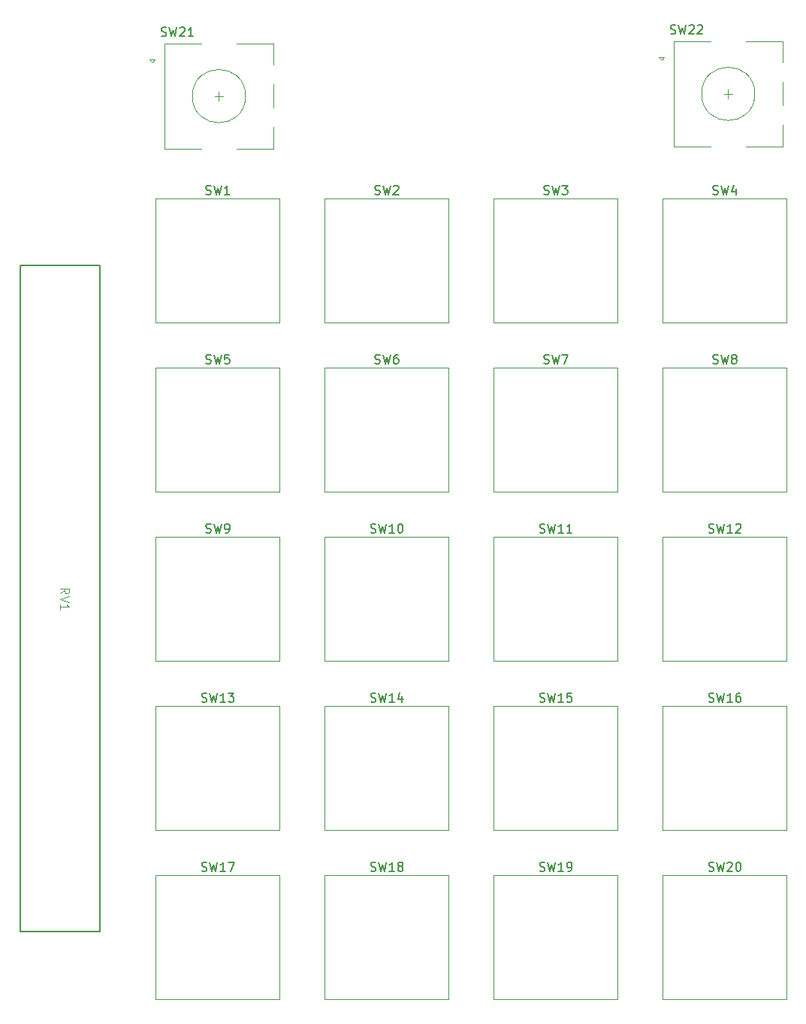
<source format=gbr>
%TF.GenerationSoftware,KiCad,Pcbnew,8.0.5*%
%TF.CreationDate,2024-11-15T15:43:01-05:00*%
%TF.ProjectId,bytesized_macropad,62797465-7369-47a6-9564-5f6d6163726f,rev?*%
%TF.SameCoordinates,Original*%
%TF.FileFunction,Legend,Top*%
%TF.FilePolarity,Positive*%
%FSLAX46Y46*%
G04 Gerber Fmt 4.6, Leading zero omitted, Abs format (unit mm)*
G04 Created by KiCad (PCBNEW 8.0.5) date 2024-11-15 15:43:01*
%MOMM*%
%LPD*%
G01*
G04 APERTURE LIST*
%ADD10C,0.150000*%
%ADD11C,0.100000*%
%ADD12C,0.120000*%
%ADD13C,0.200000*%
G04 APERTURE END LIST*
D10*
X115030476Y-109373200D02*
X115173333Y-109420819D01*
X115173333Y-109420819D02*
X115411428Y-109420819D01*
X115411428Y-109420819D02*
X115506666Y-109373200D01*
X115506666Y-109373200D02*
X115554285Y-109325580D01*
X115554285Y-109325580D02*
X115601904Y-109230342D01*
X115601904Y-109230342D02*
X115601904Y-109135104D01*
X115601904Y-109135104D02*
X115554285Y-109039866D01*
X115554285Y-109039866D02*
X115506666Y-108992247D01*
X115506666Y-108992247D02*
X115411428Y-108944628D01*
X115411428Y-108944628D02*
X115220952Y-108897009D01*
X115220952Y-108897009D02*
X115125714Y-108849390D01*
X115125714Y-108849390D02*
X115078095Y-108801771D01*
X115078095Y-108801771D02*
X115030476Y-108706533D01*
X115030476Y-108706533D02*
X115030476Y-108611295D01*
X115030476Y-108611295D02*
X115078095Y-108516057D01*
X115078095Y-108516057D02*
X115125714Y-108468438D01*
X115125714Y-108468438D02*
X115220952Y-108420819D01*
X115220952Y-108420819D02*
X115459047Y-108420819D01*
X115459047Y-108420819D02*
X115601904Y-108468438D01*
X115935238Y-108420819D02*
X116173333Y-109420819D01*
X116173333Y-109420819D02*
X116363809Y-108706533D01*
X116363809Y-108706533D02*
X116554285Y-109420819D01*
X116554285Y-109420819D02*
X116792381Y-108420819D01*
X117697142Y-109420819D02*
X117125714Y-109420819D01*
X117411428Y-109420819D02*
X117411428Y-108420819D01*
X117411428Y-108420819D02*
X117316190Y-108563676D01*
X117316190Y-108563676D02*
X117220952Y-108658914D01*
X117220952Y-108658914D02*
X117125714Y-108706533D01*
X118030476Y-108420819D02*
X118649523Y-108420819D01*
X118649523Y-108420819D02*
X118316190Y-108801771D01*
X118316190Y-108801771D02*
X118459047Y-108801771D01*
X118459047Y-108801771D02*
X118554285Y-108849390D01*
X118554285Y-108849390D02*
X118601904Y-108897009D01*
X118601904Y-108897009D02*
X118649523Y-108992247D01*
X118649523Y-108992247D02*
X118649523Y-109230342D01*
X118649523Y-109230342D02*
X118601904Y-109325580D01*
X118601904Y-109325580D02*
X118554285Y-109373200D01*
X118554285Y-109373200D02*
X118459047Y-109420819D01*
X118459047Y-109420819D02*
X118173333Y-109420819D01*
X118173333Y-109420819D02*
X118078095Y-109373200D01*
X118078095Y-109373200D02*
X118030476Y-109325580D01*
X110464476Y-34395200D02*
X110607333Y-34442819D01*
X110607333Y-34442819D02*
X110845428Y-34442819D01*
X110845428Y-34442819D02*
X110940666Y-34395200D01*
X110940666Y-34395200D02*
X110988285Y-34347580D01*
X110988285Y-34347580D02*
X111035904Y-34252342D01*
X111035904Y-34252342D02*
X111035904Y-34157104D01*
X111035904Y-34157104D02*
X110988285Y-34061866D01*
X110988285Y-34061866D02*
X110940666Y-34014247D01*
X110940666Y-34014247D02*
X110845428Y-33966628D01*
X110845428Y-33966628D02*
X110654952Y-33919009D01*
X110654952Y-33919009D02*
X110559714Y-33871390D01*
X110559714Y-33871390D02*
X110512095Y-33823771D01*
X110512095Y-33823771D02*
X110464476Y-33728533D01*
X110464476Y-33728533D02*
X110464476Y-33633295D01*
X110464476Y-33633295D02*
X110512095Y-33538057D01*
X110512095Y-33538057D02*
X110559714Y-33490438D01*
X110559714Y-33490438D02*
X110654952Y-33442819D01*
X110654952Y-33442819D02*
X110893047Y-33442819D01*
X110893047Y-33442819D02*
X111035904Y-33490438D01*
X111369238Y-33442819D02*
X111607333Y-34442819D01*
X111607333Y-34442819D02*
X111797809Y-33728533D01*
X111797809Y-33728533D02*
X111988285Y-34442819D01*
X111988285Y-34442819D02*
X112226381Y-33442819D01*
X112559714Y-33538057D02*
X112607333Y-33490438D01*
X112607333Y-33490438D02*
X112702571Y-33442819D01*
X112702571Y-33442819D02*
X112940666Y-33442819D01*
X112940666Y-33442819D02*
X113035904Y-33490438D01*
X113035904Y-33490438D02*
X113083523Y-33538057D01*
X113083523Y-33538057D02*
X113131142Y-33633295D01*
X113131142Y-33633295D02*
X113131142Y-33728533D01*
X113131142Y-33728533D02*
X113083523Y-33871390D01*
X113083523Y-33871390D02*
X112512095Y-34442819D01*
X112512095Y-34442819D02*
X113131142Y-34442819D01*
X114083523Y-34442819D02*
X113512095Y-34442819D01*
X113797809Y-34442819D02*
X113797809Y-33442819D01*
X113797809Y-33442819D02*
X113702571Y-33585676D01*
X113702571Y-33585676D02*
X113607333Y-33680914D01*
X113607333Y-33680914D02*
X113512095Y-33728533D01*
X172180476Y-90323200D02*
X172323333Y-90370819D01*
X172323333Y-90370819D02*
X172561428Y-90370819D01*
X172561428Y-90370819D02*
X172656666Y-90323200D01*
X172656666Y-90323200D02*
X172704285Y-90275580D01*
X172704285Y-90275580D02*
X172751904Y-90180342D01*
X172751904Y-90180342D02*
X172751904Y-90085104D01*
X172751904Y-90085104D02*
X172704285Y-89989866D01*
X172704285Y-89989866D02*
X172656666Y-89942247D01*
X172656666Y-89942247D02*
X172561428Y-89894628D01*
X172561428Y-89894628D02*
X172370952Y-89847009D01*
X172370952Y-89847009D02*
X172275714Y-89799390D01*
X172275714Y-89799390D02*
X172228095Y-89751771D01*
X172228095Y-89751771D02*
X172180476Y-89656533D01*
X172180476Y-89656533D02*
X172180476Y-89561295D01*
X172180476Y-89561295D02*
X172228095Y-89466057D01*
X172228095Y-89466057D02*
X172275714Y-89418438D01*
X172275714Y-89418438D02*
X172370952Y-89370819D01*
X172370952Y-89370819D02*
X172609047Y-89370819D01*
X172609047Y-89370819D02*
X172751904Y-89418438D01*
X173085238Y-89370819D02*
X173323333Y-90370819D01*
X173323333Y-90370819D02*
X173513809Y-89656533D01*
X173513809Y-89656533D02*
X173704285Y-90370819D01*
X173704285Y-90370819D02*
X173942381Y-89370819D01*
X174847142Y-90370819D02*
X174275714Y-90370819D01*
X174561428Y-90370819D02*
X174561428Y-89370819D01*
X174561428Y-89370819D02*
X174466190Y-89513676D01*
X174466190Y-89513676D02*
X174370952Y-89608914D01*
X174370952Y-89608914D02*
X174275714Y-89656533D01*
X175228095Y-89466057D02*
X175275714Y-89418438D01*
X175275714Y-89418438D02*
X175370952Y-89370819D01*
X175370952Y-89370819D02*
X175609047Y-89370819D01*
X175609047Y-89370819D02*
X175704285Y-89418438D01*
X175704285Y-89418438D02*
X175751904Y-89466057D01*
X175751904Y-89466057D02*
X175799523Y-89561295D01*
X175799523Y-89561295D02*
X175799523Y-89656533D01*
X175799523Y-89656533D02*
X175751904Y-89799390D01*
X175751904Y-89799390D02*
X175180476Y-90370819D01*
X175180476Y-90370819D02*
X175799523Y-90370819D01*
X172656667Y-52223200D02*
X172799524Y-52270819D01*
X172799524Y-52270819D02*
X173037619Y-52270819D01*
X173037619Y-52270819D02*
X173132857Y-52223200D01*
X173132857Y-52223200D02*
X173180476Y-52175580D01*
X173180476Y-52175580D02*
X173228095Y-52080342D01*
X173228095Y-52080342D02*
X173228095Y-51985104D01*
X173228095Y-51985104D02*
X173180476Y-51889866D01*
X173180476Y-51889866D02*
X173132857Y-51842247D01*
X173132857Y-51842247D02*
X173037619Y-51794628D01*
X173037619Y-51794628D02*
X172847143Y-51747009D01*
X172847143Y-51747009D02*
X172751905Y-51699390D01*
X172751905Y-51699390D02*
X172704286Y-51651771D01*
X172704286Y-51651771D02*
X172656667Y-51556533D01*
X172656667Y-51556533D02*
X172656667Y-51461295D01*
X172656667Y-51461295D02*
X172704286Y-51366057D01*
X172704286Y-51366057D02*
X172751905Y-51318438D01*
X172751905Y-51318438D02*
X172847143Y-51270819D01*
X172847143Y-51270819D02*
X173085238Y-51270819D01*
X173085238Y-51270819D02*
X173228095Y-51318438D01*
X173561429Y-51270819D02*
X173799524Y-52270819D01*
X173799524Y-52270819D02*
X173990000Y-51556533D01*
X173990000Y-51556533D02*
X174180476Y-52270819D01*
X174180476Y-52270819D02*
X174418572Y-51270819D01*
X175228095Y-51604152D02*
X175228095Y-52270819D01*
X174990000Y-51223200D02*
X174751905Y-51937485D01*
X174751905Y-51937485D02*
X175370952Y-51937485D01*
X153130476Y-109373200D02*
X153273333Y-109420819D01*
X153273333Y-109420819D02*
X153511428Y-109420819D01*
X153511428Y-109420819D02*
X153606666Y-109373200D01*
X153606666Y-109373200D02*
X153654285Y-109325580D01*
X153654285Y-109325580D02*
X153701904Y-109230342D01*
X153701904Y-109230342D02*
X153701904Y-109135104D01*
X153701904Y-109135104D02*
X153654285Y-109039866D01*
X153654285Y-109039866D02*
X153606666Y-108992247D01*
X153606666Y-108992247D02*
X153511428Y-108944628D01*
X153511428Y-108944628D02*
X153320952Y-108897009D01*
X153320952Y-108897009D02*
X153225714Y-108849390D01*
X153225714Y-108849390D02*
X153178095Y-108801771D01*
X153178095Y-108801771D02*
X153130476Y-108706533D01*
X153130476Y-108706533D02*
X153130476Y-108611295D01*
X153130476Y-108611295D02*
X153178095Y-108516057D01*
X153178095Y-108516057D02*
X153225714Y-108468438D01*
X153225714Y-108468438D02*
X153320952Y-108420819D01*
X153320952Y-108420819D02*
X153559047Y-108420819D01*
X153559047Y-108420819D02*
X153701904Y-108468438D01*
X154035238Y-108420819D02*
X154273333Y-109420819D01*
X154273333Y-109420819D02*
X154463809Y-108706533D01*
X154463809Y-108706533D02*
X154654285Y-109420819D01*
X154654285Y-109420819D02*
X154892381Y-108420819D01*
X155797142Y-109420819D02*
X155225714Y-109420819D01*
X155511428Y-109420819D02*
X155511428Y-108420819D01*
X155511428Y-108420819D02*
X155416190Y-108563676D01*
X155416190Y-108563676D02*
X155320952Y-108658914D01*
X155320952Y-108658914D02*
X155225714Y-108706533D01*
X156701904Y-108420819D02*
X156225714Y-108420819D01*
X156225714Y-108420819D02*
X156178095Y-108897009D01*
X156178095Y-108897009D02*
X156225714Y-108849390D01*
X156225714Y-108849390D02*
X156320952Y-108801771D01*
X156320952Y-108801771D02*
X156559047Y-108801771D01*
X156559047Y-108801771D02*
X156654285Y-108849390D01*
X156654285Y-108849390D02*
X156701904Y-108897009D01*
X156701904Y-108897009D02*
X156749523Y-108992247D01*
X156749523Y-108992247D02*
X156749523Y-109230342D01*
X156749523Y-109230342D02*
X156701904Y-109325580D01*
X156701904Y-109325580D02*
X156654285Y-109373200D01*
X156654285Y-109373200D02*
X156559047Y-109420819D01*
X156559047Y-109420819D02*
X156320952Y-109420819D01*
X156320952Y-109420819D02*
X156225714Y-109373200D01*
X156225714Y-109373200D02*
X156178095Y-109325580D01*
X134080476Y-128423200D02*
X134223333Y-128470819D01*
X134223333Y-128470819D02*
X134461428Y-128470819D01*
X134461428Y-128470819D02*
X134556666Y-128423200D01*
X134556666Y-128423200D02*
X134604285Y-128375580D01*
X134604285Y-128375580D02*
X134651904Y-128280342D01*
X134651904Y-128280342D02*
X134651904Y-128185104D01*
X134651904Y-128185104D02*
X134604285Y-128089866D01*
X134604285Y-128089866D02*
X134556666Y-128042247D01*
X134556666Y-128042247D02*
X134461428Y-127994628D01*
X134461428Y-127994628D02*
X134270952Y-127947009D01*
X134270952Y-127947009D02*
X134175714Y-127899390D01*
X134175714Y-127899390D02*
X134128095Y-127851771D01*
X134128095Y-127851771D02*
X134080476Y-127756533D01*
X134080476Y-127756533D02*
X134080476Y-127661295D01*
X134080476Y-127661295D02*
X134128095Y-127566057D01*
X134128095Y-127566057D02*
X134175714Y-127518438D01*
X134175714Y-127518438D02*
X134270952Y-127470819D01*
X134270952Y-127470819D02*
X134509047Y-127470819D01*
X134509047Y-127470819D02*
X134651904Y-127518438D01*
X134985238Y-127470819D02*
X135223333Y-128470819D01*
X135223333Y-128470819D02*
X135413809Y-127756533D01*
X135413809Y-127756533D02*
X135604285Y-128470819D01*
X135604285Y-128470819D02*
X135842381Y-127470819D01*
X136747142Y-128470819D02*
X136175714Y-128470819D01*
X136461428Y-128470819D02*
X136461428Y-127470819D01*
X136461428Y-127470819D02*
X136366190Y-127613676D01*
X136366190Y-127613676D02*
X136270952Y-127708914D01*
X136270952Y-127708914D02*
X136175714Y-127756533D01*
X137318571Y-127899390D02*
X137223333Y-127851771D01*
X137223333Y-127851771D02*
X137175714Y-127804152D01*
X137175714Y-127804152D02*
X137128095Y-127708914D01*
X137128095Y-127708914D02*
X137128095Y-127661295D01*
X137128095Y-127661295D02*
X137175714Y-127566057D01*
X137175714Y-127566057D02*
X137223333Y-127518438D01*
X137223333Y-127518438D02*
X137318571Y-127470819D01*
X137318571Y-127470819D02*
X137509047Y-127470819D01*
X137509047Y-127470819D02*
X137604285Y-127518438D01*
X137604285Y-127518438D02*
X137651904Y-127566057D01*
X137651904Y-127566057D02*
X137699523Y-127661295D01*
X137699523Y-127661295D02*
X137699523Y-127708914D01*
X137699523Y-127708914D02*
X137651904Y-127804152D01*
X137651904Y-127804152D02*
X137604285Y-127851771D01*
X137604285Y-127851771D02*
X137509047Y-127899390D01*
X137509047Y-127899390D02*
X137318571Y-127899390D01*
X137318571Y-127899390D02*
X137223333Y-127947009D01*
X137223333Y-127947009D02*
X137175714Y-127994628D01*
X137175714Y-127994628D02*
X137128095Y-128089866D01*
X137128095Y-128089866D02*
X137128095Y-128280342D01*
X137128095Y-128280342D02*
X137175714Y-128375580D01*
X137175714Y-128375580D02*
X137223333Y-128423200D01*
X137223333Y-128423200D02*
X137318571Y-128470819D01*
X137318571Y-128470819D02*
X137509047Y-128470819D01*
X137509047Y-128470819D02*
X137604285Y-128423200D01*
X137604285Y-128423200D02*
X137651904Y-128375580D01*
X137651904Y-128375580D02*
X137699523Y-128280342D01*
X137699523Y-128280342D02*
X137699523Y-128089866D01*
X137699523Y-128089866D02*
X137651904Y-127994628D01*
X137651904Y-127994628D02*
X137604285Y-127947009D01*
X137604285Y-127947009D02*
X137509047Y-127899390D01*
X134080476Y-109373200D02*
X134223333Y-109420819D01*
X134223333Y-109420819D02*
X134461428Y-109420819D01*
X134461428Y-109420819D02*
X134556666Y-109373200D01*
X134556666Y-109373200D02*
X134604285Y-109325580D01*
X134604285Y-109325580D02*
X134651904Y-109230342D01*
X134651904Y-109230342D02*
X134651904Y-109135104D01*
X134651904Y-109135104D02*
X134604285Y-109039866D01*
X134604285Y-109039866D02*
X134556666Y-108992247D01*
X134556666Y-108992247D02*
X134461428Y-108944628D01*
X134461428Y-108944628D02*
X134270952Y-108897009D01*
X134270952Y-108897009D02*
X134175714Y-108849390D01*
X134175714Y-108849390D02*
X134128095Y-108801771D01*
X134128095Y-108801771D02*
X134080476Y-108706533D01*
X134080476Y-108706533D02*
X134080476Y-108611295D01*
X134080476Y-108611295D02*
X134128095Y-108516057D01*
X134128095Y-108516057D02*
X134175714Y-108468438D01*
X134175714Y-108468438D02*
X134270952Y-108420819D01*
X134270952Y-108420819D02*
X134509047Y-108420819D01*
X134509047Y-108420819D02*
X134651904Y-108468438D01*
X134985238Y-108420819D02*
X135223333Y-109420819D01*
X135223333Y-109420819D02*
X135413809Y-108706533D01*
X135413809Y-108706533D02*
X135604285Y-109420819D01*
X135604285Y-109420819D02*
X135842381Y-108420819D01*
X136747142Y-109420819D02*
X136175714Y-109420819D01*
X136461428Y-109420819D02*
X136461428Y-108420819D01*
X136461428Y-108420819D02*
X136366190Y-108563676D01*
X136366190Y-108563676D02*
X136270952Y-108658914D01*
X136270952Y-108658914D02*
X136175714Y-108706533D01*
X137604285Y-108754152D02*
X137604285Y-109420819D01*
X137366190Y-108373200D02*
X137128095Y-109087485D01*
X137128095Y-109087485D02*
X137747142Y-109087485D01*
X134556667Y-52223200D02*
X134699524Y-52270819D01*
X134699524Y-52270819D02*
X134937619Y-52270819D01*
X134937619Y-52270819D02*
X135032857Y-52223200D01*
X135032857Y-52223200D02*
X135080476Y-52175580D01*
X135080476Y-52175580D02*
X135128095Y-52080342D01*
X135128095Y-52080342D02*
X135128095Y-51985104D01*
X135128095Y-51985104D02*
X135080476Y-51889866D01*
X135080476Y-51889866D02*
X135032857Y-51842247D01*
X135032857Y-51842247D02*
X134937619Y-51794628D01*
X134937619Y-51794628D02*
X134747143Y-51747009D01*
X134747143Y-51747009D02*
X134651905Y-51699390D01*
X134651905Y-51699390D02*
X134604286Y-51651771D01*
X134604286Y-51651771D02*
X134556667Y-51556533D01*
X134556667Y-51556533D02*
X134556667Y-51461295D01*
X134556667Y-51461295D02*
X134604286Y-51366057D01*
X134604286Y-51366057D02*
X134651905Y-51318438D01*
X134651905Y-51318438D02*
X134747143Y-51270819D01*
X134747143Y-51270819D02*
X134985238Y-51270819D01*
X134985238Y-51270819D02*
X135128095Y-51318438D01*
X135461429Y-51270819D02*
X135699524Y-52270819D01*
X135699524Y-52270819D02*
X135890000Y-51556533D01*
X135890000Y-51556533D02*
X136080476Y-52270819D01*
X136080476Y-52270819D02*
X136318572Y-51270819D01*
X136651905Y-51366057D02*
X136699524Y-51318438D01*
X136699524Y-51318438D02*
X136794762Y-51270819D01*
X136794762Y-51270819D02*
X137032857Y-51270819D01*
X137032857Y-51270819D02*
X137128095Y-51318438D01*
X137128095Y-51318438D02*
X137175714Y-51366057D01*
X137175714Y-51366057D02*
X137223333Y-51461295D01*
X137223333Y-51461295D02*
X137223333Y-51556533D01*
X137223333Y-51556533D02*
X137175714Y-51699390D01*
X137175714Y-51699390D02*
X136604286Y-52270819D01*
X136604286Y-52270819D02*
X137223333Y-52270819D01*
X167868476Y-34141200D02*
X168011333Y-34188819D01*
X168011333Y-34188819D02*
X168249428Y-34188819D01*
X168249428Y-34188819D02*
X168344666Y-34141200D01*
X168344666Y-34141200D02*
X168392285Y-34093580D01*
X168392285Y-34093580D02*
X168439904Y-33998342D01*
X168439904Y-33998342D02*
X168439904Y-33903104D01*
X168439904Y-33903104D02*
X168392285Y-33807866D01*
X168392285Y-33807866D02*
X168344666Y-33760247D01*
X168344666Y-33760247D02*
X168249428Y-33712628D01*
X168249428Y-33712628D02*
X168058952Y-33665009D01*
X168058952Y-33665009D02*
X167963714Y-33617390D01*
X167963714Y-33617390D02*
X167916095Y-33569771D01*
X167916095Y-33569771D02*
X167868476Y-33474533D01*
X167868476Y-33474533D02*
X167868476Y-33379295D01*
X167868476Y-33379295D02*
X167916095Y-33284057D01*
X167916095Y-33284057D02*
X167963714Y-33236438D01*
X167963714Y-33236438D02*
X168058952Y-33188819D01*
X168058952Y-33188819D02*
X168297047Y-33188819D01*
X168297047Y-33188819D02*
X168439904Y-33236438D01*
X168773238Y-33188819D02*
X169011333Y-34188819D01*
X169011333Y-34188819D02*
X169201809Y-33474533D01*
X169201809Y-33474533D02*
X169392285Y-34188819D01*
X169392285Y-34188819D02*
X169630381Y-33188819D01*
X169963714Y-33284057D02*
X170011333Y-33236438D01*
X170011333Y-33236438D02*
X170106571Y-33188819D01*
X170106571Y-33188819D02*
X170344666Y-33188819D01*
X170344666Y-33188819D02*
X170439904Y-33236438D01*
X170439904Y-33236438D02*
X170487523Y-33284057D01*
X170487523Y-33284057D02*
X170535142Y-33379295D01*
X170535142Y-33379295D02*
X170535142Y-33474533D01*
X170535142Y-33474533D02*
X170487523Y-33617390D01*
X170487523Y-33617390D02*
X169916095Y-34188819D01*
X169916095Y-34188819D02*
X170535142Y-34188819D01*
X170916095Y-33284057D02*
X170963714Y-33236438D01*
X170963714Y-33236438D02*
X171058952Y-33188819D01*
X171058952Y-33188819D02*
X171297047Y-33188819D01*
X171297047Y-33188819D02*
X171392285Y-33236438D01*
X171392285Y-33236438D02*
X171439904Y-33284057D01*
X171439904Y-33284057D02*
X171487523Y-33379295D01*
X171487523Y-33379295D02*
X171487523Y-33474533D01*
X171487523Y-33474533D02*
X171439904Y-33617390D01*
X171439904Y-33617390D02*
X170868476Y-34188819D01*
X170868476Y-34188819D02*
X171487523Y-34188819D01*
X134556667Y-71273200D02*
X134699524Y-71320819D01*
X134699524Y-71320819D02*
X134937619Y-71320819D01*
X134937619Y-71320819D02*
X135032857Y-71273200D01*
X135032857Y-71273200D02*
X135080476Y-71225580D01*
X135080476Y-71225580D02*
X135128095Y-71130342D01*
X135128095Y-71130342D02*
X135128095Y-71035104D01*
X135128095Y-71035104D02*
X135080476Y-70939866D01*
X135080476Y-70939866D02*
X135032857Y-70892247D01*
X135032857Y-70892247D02*
X134937619Y-70844628D01*
X134937619Y-70844628D02*
X134747143Y-70797009D01*
X134747143Y-70797009D02*
X134651905Y-70749390D01*
X134651905Y-70749390D02*
X134604286Y-70701771D01*
X134604286Y-70701771D02*
X134556667Y-70606533D01*
X134556667Y-70606533D02*
X134556667Y-70511295D01*
X134556667Y-70511295D02*
X134604286Y-70416057D01*
X134604286Y-70416057D02*
X134651905Y-70368438D01*
X134651905Y-70368438D02*
X134747143Y-70320819D01*
X134747143Y-70320819D02*
X134985238Y-70320819D01*
X134985238Y-70320819D02*
X135128095Y-70368438D01*
X135461429Y-70320819D02*
X135699524Y-71320819D01*
X135699524Y-71320819D02*
X135890000Y-70606533D01*
X135890000Y-70606533D02*
X136080476Y-71320819D01*
X136080476Y-71320819D02*
X136318572Y-70320819D01*
X137128095Y-70320819D02*
X136937619Y-70320819D01*
X136937619Y-70320819D02*
X136842381Y-70368438D01*
X136842381Y-70368438D02*
X136794762Y-70416057D01*
X136794762Y-70416057D02*
X136699524Y-70558914D01*
X136699524Y-70558914D02*
X136651905Y-70749390D01*
X136651905Y-70749390D02*
X136651905Y-71130342D01*
X136651905Y-71130342D02*
X136699524Y-71225580D01*
X136699524Y-71225580D02*
X136747143Y-71273200D01*
X136747143Y-71273200D02*
X136842381Y-71320819D01*
X136842381Y-71320819D02*
X137032857Y-71320819D01*
X137032857Y-71320819D02*
X137128095Y-71273200D01*
X137128095Y-71273200D02*
X137175714Y-71225580D01*
X137175714Y-71225580D02*
X137223333Y-71130342D01*
X137223333Y-71130342D02*
X137223333Y-70892247D01*
X137223333Y-70892247D02*
X137175714Y-70797009D01*
X137175714Y-70797009D02*
X137128095Y-70749390D01*
X137128095Y-70749390D02*
X137032857Y-70701771D01*
X137032857Y-70701771D02*
X136842381Y-70701771D01*
X136842381Y-70701771D02*
X136747143Y-70749390D01*
X136747143Y-70749390D02*
X136699524Y-70797009D01*
X136699524Y-70797009D02*
X136651905Y-70892247D01*
X153606667Y-71273200D02*
X153749524Y-71320819D01*
X153749524Y-71320819D02*
X153987619Y-71320819D01*
X153987619Y-71320819D02*
X154082857Y-71273200D01*
X154082857Y-71273200D02*
X154130476Y-71225580D01*
X154130476Y-71225580D02*
X154178095Y-71130342D01*
X154178095Y-71130342D02*
X154178095Y-71035104D01*
X154178095Y-71035104D02*
X154130476Y-70939866D01*
X154130476Y-70939866D02*
X154082857Y-70892247D01*
X154082857Y-70892247D02*
X153987619Y-70844628D01*
X153987619Y-70844628D02*
X153797143Y-70797009D01*
X153797143Y-70797009D02*
X153701905Y-70749390D01*
X153701905Y-70749390D02*
X153654286Y-70701771D01*
X153654286Y-70701771D02*
X153606667Y-70606533D01*
X153606667Y-70606533D02*
X153606667Y-70511295D01*
X153606667Y-70511295D02*
X153654286Y-70416057D01*
X153654286Y-70416057D02*
X153701905Y-70368438D01*
X153701905Y-70368438D02*
X153797143Y-70320819D01*
X153797143Y-70320819D02*
X154035238Y-70320819D01*
X154035238Y-70320819D02*
X154178095Y-70368438D01*
X154511429Y-70320819D02*
X154749524Y-71320819D01*
X154749524Y-71320819D02*
X154940000Y-70606533D01*
X154940000Y-70606533D02*
X155130476Y-71320819D01*
X155130476Y-71320819D02*
X155368572Y-70320819D01*
X155654286Y-70320819D02*
X156320952Y-70320819D01*
X156320952Y-70320819D02*
X155892381Y-71320819D01*
X153130476Y-90323200D02*
X153273333Y-90370819D01*
X153273333Y-90370819D02*
X153511428Y-90370819D01*
X153511428Y-90370819D02*
X153606666Y-90323200D01*
X153606666Y-90323200D02*
X153654285Y-90275580D01*
X153654285Y-90275580D02*
X153701904Y-90180342D01*
X153701904Y-90180342D02*
X153701904Y-90085104D01*
X153701904Y-90085104D02*
X153654285Y-89989866D01*
X153654285Y-89989866D02*
X153606666Y-89942247D01*
X153606666Y-89942247D02*
X153511428Y-89894628D01*
X153511428Y-89894628D02*
X153320952Y-89847009D01*
X153320952Y-89847009D02*
X153225714Y-89799390D01*
X153225714Y-89799390D02*
X153178095Y-89751771D01*
X153178095Y-89751771D02*
X153130476Y-89656533D01*
X153130476Y-89656533D02*
X153130476Y-89561295D01*
X153130476Y-89561295D02*
X153178095Y-89466057D01*
X153178095Y-89466057D02*
X153225714Y-89418438D01*
X153225714Y-89418438D02*
X153320952Y-89370819D01*
X153320952Y-89370819D02*
X153559047Y-89370819D01*
X153559047Y-89370819D02*
X153701904Y-89418438D01*
X154035238Y-89370819D02*
X154273333Y-90370819D01*
X154273333Y-90370819D02*
X154463809Y-89656533D01*
X154463809Y-89656533D02*
X154654285Y-90370819D01*
X154654285Y-90370819D02*
X154892381Y-89370819D01*
X155797142Y-90370819D02*
X155225714Y-90370819D01*
X155511428Y-90370819D02*
X155511428Y-89370819D01*
X155511428Y-89370819D02*
X155416190Y-89513676D01*
X155416190Y-89513676D02*
X155320952Y-89608914D01*
X155320952Y-89608914D02*
X155225714Y-89656533D01*
X156749523Y-90370819D02*
X156178095Y-90370819D01*
X156463809Y-90370819D02*
X156463809Y-89370819D01*
X156463809Y-89370819D02*
X156368571Y-89513676D01*
X156368571Y-89513676D02*
X156273333Y-89608914D01*
X156273333Y-89608914D02*
X156178095Y-89656533D01*
X153606667Y-52223200D02*
X153749524Y-52270819D01*
X153749524Y-52270819D02*
X153987619Y-52270819D01*
X153987619Y-52270819D02*
X154082857Y-52223200D01*
X154082857Y-52223200D02*
X154130476Y-52175580D01*
X154130476Y-52175580D02*
X154178095Y-52080342D01*
X154178095Y-52080342D02*
X154178095Y-51985104D01*
X154178095Y-51985104D02*
X154130476Y-51889866D01*
X154130476Y-51889866D02*
X154082857Y-51842247D01*
X154082857Y-51842247D02*
X153987619Y-51794628D01*
X153987619Y-51794628D02*
X153797143Y-51747009D01*
X153797143Y-51747009D02*
X153701905Y-51699390D01*
X153701905Y-51699390D02*
X153654286Y-51651771D01*
X153654286Y-51651771D02*
X153606667Y-51556533D01*
X153606667Y-51556533D02*
X153606667Y-51461295D01*
X153606667Y-51461295D02*
X153654286Y-51366057D01*
X153654286Y-51366057D02*
X153701905Y-51318438D01*
X153701905Y-51318438D02*
X153797143Y-51270819D01*
X153797143Y-51270819D02*
X154035238Y-51270819D01*
X154035238Y-51270819D02*
X154178095Y-51318438D01*
X154511429Y-51270819D02*
X154749524Y-52270819D01*
X154749524Y-52270819D02*
X154940000Y-51556533D01*
X154940000Y-51556533D02*
X155130476Y-52270819D01*
X155130476Y-52270819D02*
X155368572Y-51270819D01*
X155654286Y-51270819D02*
X156273333Y-51270819D01*
X156273333Y-51270819D02*
X155940000Y-51651771D01*
X155940000Y-51651771D02*
X156082857Y-51651771D01*
X156082857Y-51651771D02*
X156178095Y-51699390D01*
X156178095Y-51699390D02*
X156225714Y-51747009D01*
X156225714Y-51747009D02*
X156273333Y-51842247D01*
X156273333Y-51842247D02*
X156273333Y-52080342D01*
X156273333Y-52080342D02*
X156225714Y-52175580D01*
X156225714Y-52175580D02*
X156178095Y-52223200D01*
X156178095Y-52223200D02*
X156082857Y-52270819D01*
X156082857Y-52270819D02*
X155797143Y-52270819D01*
X155797143Y-52270819D02*
X155701905Y-52223200D01*
X155701905Y-52223200D02*
X155654286Y-52175580D01*
X115506667Y-71273200D02*
X115649524Y-71320819D01*
X115649524Y-71320819D02*
X115887619Y-71320819D01*
X115887619Y-71320819D02*
X115982857Y-71273200D01*
X115982857Y-71273200D02*
X116030476Y-71225580D01*
X116030476Y-71225580D02*
X116078095Y-71130342D01*
X116078095Y-71130342D02*
X116078095Y-71035104D01*
X116078095Y-71035104D02*
X116030476Y-70939866D01*
X116030476Y-70939866D02*
X115982857Y-70892247D01*
X115982857Y-70892247D02*
X115887619Y-70844628D01*
X115887619Y-70844628D02*
X115697143Y-70797009D01*
X115697143Y-70797009D02*
X115601905Y-70749390D01*
X115601905Y-70749390D02*
X115554286Y-70701771D01*
X115554286Y-70701771D02*
X115506667Y-70606533D01*
X115506667Y-70606533D02*
X115506667Y-70511295D01*
X115506667Y-70511295D02*
X115554286Y-70416057D01*
X115554286Y-70416057D02*
X115601905Y-70368438D01*
X115601905Y-70368438D02*
X115697143Y-70320819D01*
X115697143Y-70320819D02*
X115935238Y-70320819D01*
X115935238Y-70320819D02*
X116078095Y-70368438D01*
X116411429Y-70320819D02*
X116649524Y-71320819D01*
X116649524Y-71320819D02*
X116840000Y-70606533D01*
X116840000Y-70606533D02*
X117030476Y-71320819D01*
X117030476Y-71320819D02*
X117268572Y-70320819D01*
X118125714Y-70320819D02*
X117649524Y-70320819D01*
X117649524Y-70320819D02*
X117601905Y-70797009D01*
X117601905Y-70797009D02*
X117649524Y-70749390D01*
X117649524Y-70749390D02*
X117744762Y-70701771D01*
X117744762Y-70701771D02*
X117982857Y-70701771D01*
X117982857Y-70701771D02*
X118078095Y-70749390D01*
X118078095Y-70749390D02*
X118125714Y-70797009D01*
X118125714Y-70797009D02*
X118173333Y-70892247D01*
X118173333Y-70892247D02*
X118173333Y-71130342D01*
X118173333Y-71130342D02*
X118125714Y-71225580D01*
X118125714Y-71225580D02*
X118078095Y-71273200D01*
X118078095Y-71273200D02*
X117982857Y-71320819D01*
X117982857Y-71320819D02*
X117744762Y-71320819D01*
X117744762Y-71320819D02*
X117649524Y-71273200D01*
X117649524Y-71273200D02*
X117601905Y-71225580D01*
X172180476Y-109373200D02*
X172323333Y-109420819D01*
X172323333Y-109420819D02*
X172561428Y-109420819D01*
X172561428Y-109420819D02*
X172656666Y-109373200D01*
X172656666Y-109373200D02*
X172704285Y-109325580D01*
X172704285Y-109325580D02*
X172751904Y-109230342D01*
X172751904Y-109230342D02*
X172751904Y-109135104D01*
X172751904Y-109135104D02*
X172704285Y-109039866D01*
X172704285Y-109039866D02*
X172656666Y-108992247D01*
X172656666Y-108992247D02*
X172561428Y-108944628D01*
X172561428Y-108944628D02*
X172370952Y-108897009D01*
X172370952Y-108897009D02*
X172275714Y-108849390D01*
X172275714Y-108849390D02*
X172228095Y-108801771D01*
X172228095Y-108801771D02*
X172180476Y-108706533D01*
X172180476Y-108706533D02*
X172180476Y-108611295D01*
X172180476Y-108611295D02*
X172228095Y-108516057D01*
X172228095Y-108516057D02*
X172275714Y-108468438D01*
X172275714Y-108468438D02*
X172370952Y-108420819D01*
X172370952Y-108420819D02*
X172609047Y-108420819D01*
X172609047Y-108420819D02*
X172751904Y-108468438D01*
X173085238Y-108420819D02*
X173323333Y-109420819D01*
X173323333Y-109420819D02*
X173513809Y-108706533D01*
X173513809Y-108706533D02*
X173704285Y-109420819D01*
X173704285Y-109420819D02*
X173942381Y-108420819D01*
X174847142Y-109420819D02*
X174275714Y-109420819D01*
X174561428Y-109420819D02*
X174561428Y-108420819D01*
X174561428Y-108420819D02*
X174466190Y-108563676D01*
X174466190Y-108563676D02*
X174370952Y-108658914D01*
X174370952Y-108658914D02*
X174275714Y-108706533D01*
X175704285Y-108420819D02*
X175513809Y-108420819D01*
X175513809Y-108420819D02*
X175418571Y-108468438D01*
X175418571Y-108468438D02*
X175370952Y-108516057D01*
X175370952Y-108516057D02*
X175275714Y-108658914D01*
X175275714Y-108658914D02*
X175228095Y-108849390D01*
X175228095Y-108849390D02*
X175228095Y-109230342D01*
X175228095Y-109230342D02*
X175275714Y-109325580D01*
X175275714Y-109325580D02*
X175323333Y-109373200D01*
X175323333Y-109373200D02*
X175418571Y-109420819D01*
X175418571Y-109420819D02*
X175609047Y-109420819D01*
X175609047Y-109420819D02*
X175704285Y-109373200D01*
X175704285Y-109373200D02*
X175751904Y-109325580D01*
X175751904Y-109325580D02*
X175799523Y-109230342D01*
X175799523Y-109230342D02*
X175799523Y-108992247D01*
X175799523Y-108992247D02*
X175751904Y-108897009D01*
X175751904Y-108897009D02*
X175704285Y-108849390D01*
X175704285Y-108849390D02*
X175609047Y-108801771D01*
X175609047Y-108801771D02*
X175418571Y-108801771D01*
X175418571Y-108801771D02*
X175323333Y-108849390D01*
X175323333Y-108849390D02*
X175275714Y-108897009D01*
X175275714Y-108897009D02*
X175228095Y-108992247D01*
X115030476Y-128423200D02*
X115173333Y-128470819D01*
X115173333Y-128470819D02*
X115411428Y-128470819D01*
X115411428Y-128470819D02*
X115506666Y-128423200D01*
X115506666Y-128423200D02*
X115554285Y-128375580D01*
X115554285Y-128375580D02*
X115601904Y-128280342D01*
X115601904Y-128280342D02*
X115601904Y-128185104D01*
X115601904Y-128185104D02*
X115554285Y-128089866D01*
X115554285Y-128089866D02*
X115506666Y-128042247D01*
X115506666Y-128042247D02*
X115411428Y-127994628D01*
X115411428Y-127994628D02*
X115220952Y-127947009D01*
X115220952Y-127947009D02*
X115125714Y-127899390D01*
X115125714Y-127899390D02*
X115078095Y-127851771D01*
X115078095Y-127851771D02*
X115030476Y-127756533D01*
X115030476Y-127756533D02*
X115030476Y-127661295D01*
X115030476Y-127661295D02*
X115078095Y-127566057D01*
X115078095Y-127566057D02*
X115125714Y-127518438D01*
X115125714Y-127518438D02*
X115220952Y-127470819D01*
X115220952Y-127470819D02*
X115459047Y-127470819D01*
X115459047Y-127470819D02*
X115601904Y-127518438D01*
X115935238Y-127470819D02*
X116173333Y-128470819D01*
X116173333Y-128470819D02*
X116363809Y-127756533D01*
X116363809Y-127756533D02*
X116554285Y-128470819D01*
X116554285Y-128470819D02*
X116792381Y-127470819D01*
X117697142Y-128470819D02*
X117125714Y-128470819D01*
X117411428Y-128470819D02*
X117411428Y-127470819D01*
X117411428Y-127470819D02*
X117316190Y-127613676D01*
X117316190Y-127613676D02*
X117220952Y-127708914D01*
X117220952Y-127708914D02*
X117125714Y-127756533D01*
X118030476Y-127470819D02*
X118697142Y-127470819D01*
X118697142Y-127470819D02*
X118268571Y-128470819D01*
D11*
X99102580Y-97194761D02*
X99578771Y-96861428D01*
X99102580Y-96623333D02*
X100102580Y-96623333D01*
X100102580Y-96623333D02*
X100102580Y-97004285D01*
X100102580Y-97004285D02*
X100054961Y-97099523D01*
X100054961Y-97099523D02*
X100007342Y-97147142D01*
X100007342Y-97147142D02*
X99912104Y-97194761D01*
X99912104Y-97194761D02*
X99769247Y-97194761D01*
X99769247Y-97194761D02*
X99674009Y-97147142D01*
X99674009Y-97147142D02*
X99626390Y-97099523D01*
X99626390Y-97099523D02*
X99578771Y-97004285D01*
X99578771Y-97004285D02*
X99578771Y-96623333D01*
X100102580Y-97480476D02*
X99102580Y-97813809D01*
X99102580Y-97813809D02*
X100102580Y-98147142D01*
X99102580Y-99004285D02*
X99102580Y-98432857D01*
X99102580Y-98718571D02*
X100102580Y-98718571D01*
X100102580Y-98718571D02*
X99959723Y-98623333D01*
X99959723Y-98623333D02*
X99864485Y-98528095D01*
X99864485Y-98528095D02*
X99816866Y-98432857D01*
D10*
X115506667Y-52223200D02*
X115649524Y-52270819D01*
X115649524Y-52270819D02*
X115887619Y-52270819D01*
X115887619Y-52270819D02*
X115982857Y-52223200D01*
X115982857Y-52223200D02*
X116030476Y-52175580D01*
X116030476Y-52175580D02*
X116078095Y-52080342D01*
X116078095Y-52080342D02*
X116078095Y-51985104D01*
X116078095Y-51985104D02*
X116030476Y-51889866D01*
X116030476Y-51889866D02*
X115982857Y-51842247D01*
X115982857Y-51842247D02*
X115887619Y-51794628D01*
X115887619Y-51794628D02*
X115697143Y-51747009D01*
X115697143Y-51747009D02*
X115601905Y-51699390D01*
X115601905Y-51699390D02*
X115554286Y-51651771D01*
X115554286Y-51651771D02*
X115506667Y-51556533D01*
X115506667Y-51556533D02*
X115506667Y-51461295D01*
X115506667Y-51461295D02*
X115554286Y-51366057D01*
X115554286Y-51366057D02*
X115601905Y-51318438D01*
X115601905Y-51318438D02*
X115697143Y-51270819D01*
X115697143Y-51270819D02*
X115935238Y-51270819D01*
X115935238Y-51270819D02*
X116078095Y-51318438D01*
X116411429Y-51270819D02*
X116649524Y-52270819D01*
X116649524Y-52270819D02*
X116840000Y-51556533D01*
X116840000Y-51556533D02*
X117030476Y-52270819D01*
X117030476Y-52270819D02*
X117268572Y-51270819D01*
X118173333Y-52270819D02*
X117601905Y-52270819D01*
X117887619Y-52270819D02*
X117887619Y-51270819D01*
X117887619Y-51270819D02*
X117792381Y-51413676D01*
X117792381Y-51413676D02*
X117697143Y-51508914D01*
X117697143Y-51508914D02*
X117601905Y-51556533D01*
X134080476Y-90323200D02*
X134223333Y-90370819D01*
X134223333Y-90370819D02*
X134461428Y-90370819D01*
X134461428Y-90370819D02*
X134556666Y-90323200D01*
X134556666Y-90323200D02*
X134604285Y-90275580D01*
X134604285Y-90275580D02*
X134651904Y-90180342D01*
X134651904Y-90180342D02*
X134651904Y-90085104D01*
X134651904Y-90085104D02*
X134604285Y-89989866D01*
X134604285Y-89989866D02*
X134556666Y-89942247D01*
X134556666Y-89942247D02*
X134461428Y-89894628D01*
X134461428Y-89894628D02*
X134270952Y-89847009D01*
X134270952Y-89847009D02*
X134175714Y-89799390D01*
X134175714Y-89799390D02*
X134128095Y-89751771D01*
X134128095Y-89751771D02*
X134080476Y-89656533D01*
X134080476Y-89656533D02*
X134080476Y-89561295D01*
X134080476Y-89561295D02*
X134128095Y-89466057D01*
X134128095Y-89466057D02*
X134175714Y-89418438D01*
X134175714Y-89418438D02*
X134270952Y-89370819D01*
X134270952Y-89370819D02*
X134509047Y-89370819D01*
X134509047Y-89370819D02*
X134651904Y-89418438D01*
X134985238Y-89370819D02*
X135223333Y-90370819D01*
X135223333Y-90370819D02*
X135413809Y-89656533D01*
X135413809Y-89656533D02*
X135604285Y-90370819D01*
X135604285Y-90370819D02*
X135842381Y-89370819D01*
X136747142Y-90370819D02*
X136175714Y-90370819D01*
X136461428Y-90370819D02*
X136461428Y-89370819D01*
X136461428Y-89370819D02*
X136366190Y-89513676D01*
X136366190Y-89513676D02*
X136270952Y-89608914D01*
X136270952Y-89608914D02*
X136175714Y-89656533D01*
X137366190Y-89370819D02*
X137461428Y-89370819D01*
X137461428Y-89370819D02*
X137556666Y-89418438D01*
X137556666Y-89418438D02*
X137604285Y-89466057D01*
X137604285Y-89466057D02*
X137651904Y-89561295D01*
X137651904Y-89561295D02*
X137699523Y-89751771D01*
X137699523Y-89751771D02*
X137699523Y-89989866D01*
X137699523Y-89989866D02*
X137651904Y-90180342D01*
X137651904Y-90180342D02*
X137604285Y-90275580D01*
X137604285Y-90275580D02*
X137556666Y-90323200D01*
X137556666Y-90323200D02*
X137461428Y-90370819D01*
X137461428Y-90370819D02*
X137366190Y-90370819D01*
X137366190Y-90370819D02*
X137270952Y-90323200D01*
X137270952Y-90323200D02*
X137223333Y-90275580D01*
X137223333Y-90275580D02*
X137175714Y-90180342D01*
X137175714Y-90180342D02*
X137128095Y-89989866D01*
X137128095Y-89989866D02*
X137128095Y-89751771D01*
X137128095Y-89751771D02*
X137175714Y-89561295D01*
X137175714Y-89561295D02*
X137223333Y-89466057D01*
X137223333Y-89466057D02*
X137270952Y-89418438D01*
X137270952Y-89418438D02*
X137366190Y-89370819D01*
X172656667Y-71273200D02*
X172799524Y-71320819D01*
X172799524Y-71320819D02*
X173037619Y-71320819D01*
X173037619Y-71320819D02*
X173132857Y-71273200D01*
X173132857Y-71273200D02*
X173180476Y-71225580D01*
X173180476Y-71225580D02*
X173228095Y-71130342D01*
X173228095Y-71130342D02*
X173228095Y-71035104D01*
X173228095Y-71035104D02*
X173180476Y-70939866D01*
X173180476Y-70939866D02*
X173132857Y-70892247D01*
X173132857Y-70892247D02*
X173037619Y-70844628D01*
X173037619Y-70844628D02*
X172847143Y-70797009D01*
X172847143Y-70797009D02*
X172751905Y-70749390D01*
X172751905Y-70749390D02*
X172704286Y-70701771D01*
X172704286Y-70701771D02*
X172656667Y-70606533D01*
X172656667Y-70606533D02*
X172656667Y-70511295D01*
X172656667Y-70511295D02*
X172704286Y-70416057D01*
X172704286Y-70416057D02*
X172751905Y-70368438D01*
X172751905Y-70368438D02*
X172847143Y-70320819D01*
X172847143Y-70320819D02*
X173085238Y-70320819D01*
X173085238Y-70320819D02*
X173228095Y-70368438D01*
X173561429Y-70320819D02*
X173799524Y-71320819D01*
X173799524Y-71320819D02*
X173990000Y-70606533D01*
X173990000Y-70606533D02*
X174180476Y-71320819D01*
X174180476Y-71320819D02*
X174418572Y-70320819D01*
X174942381Y-70749390D02*
X174847143Y-70701771D01*
X174847143Y-70701771D02*
X174799524Y-70654152D01*
X174799524Y-70654152D02*
X174751905Y-70558914D01*
X174751905Y-70558914D02*
X174751905Y-70511295D01*
X174751905Y-70511295D02*
X174799524Y-70416057D01*
X174799524Y-70416057D02*
X174847143Y-70368438D01*
X174847143Y-70368438D02*
X174942381Y-70320819D01*
X174942381Y-70320819D02*
X175132857Y-70320819D01*
X175132857Y-70320819D02*
X175228095Y-70368438D01*
X175228095Y-70368438D02*
X175275714Y-70416057D01*
X175275714Y-70416057D02*
X175323333Y-70511295D01*
X175323333Y-70511295D02*
X175323333Y-70558914D01*
X175323333Y-70558914D02*
X175275714Y-70654152D01*
X175275714Y-70654152D02*
X175228095Y-70701771D01*
X175228095Y-70701771D02*
X175132857Y-70749390D01*
X175132857Y-70749390D02*
X174942381Y-70749390D01*
X174942381Y-70749390D02*
X174847143Y-70797009D01*
X174847143Y-70797009D02*
X174799524Y-70844628D01*
X174799524Y-70844628D02*
X174751905Y-70939866D01*
X174751905Y-70939866D02*
X174751905Y-71130342D01*
X174751905Y-71130342D02*
X174799524Y-71225580D01*
X174799524Y-71225580D02*
X174847143Y-71273200D01*
X174847143Y-71273200D02*
X174942381Y-71320819D01*
X174942381Y-71320819D02*
X175132857Y-71320819D01*
X175132857Y-71320819D02*
X175228095Y-71273200D01*
X175228095Y-71273200D02*
X175275714Y-71225580D01*
X175275714Y-71225580D02*
X175323333Y-71130342D01*
X175323333Y-71130342D02*
X175323333Y-70939866D01*
X175323333Y-70939866D02*
X175275714Y-70844628D01*
X175275714Y-70844628D02*
X175228095Y-70797009D01*
X175228095Y-70797009D02*
X175132857Y-70749390D01*
X172180476Y-128423200D02*
X172323333Y-128470819D01*
X172323333Y-128470819D02*
X172561428Y-128470819D01*
X172561428Y-128470819D02*
X172656666Y-128423200D01*
X172656666Y-128423200D02*
X172704285Y-128375580D01*
X172704285Y-128375580D02*
X172751904Y-128280342D01*
X172751904Y-128280342D02*
X172751904Y-128185104D01*
X172751904Y-128185104D02*
X172704285Y-128089866D01*
X172704285Y-128089866D02*
X172656666Y-128042247D01*
X172656666Y-128042247D02*
X172561428Y-127994628D01*
X172561428Y-127994628D02*
X172370952Y-127947009D01*
X172370952Y-127947009D02*
X172275714Y-127899390D01*
X172275714Y-127899390D02*
X172228095Y-127851771D01*
X172228095Y-127851771D02*
X172180476Y-127756533D01*
X172180476Y-127756533D02*
X172180476Y-127661295D01*
X172180476Y-127661295D02*
X172228095Y-127566057D01*
X172228095Y-127566057D02*
X172275714Y-127518438D01*
X172275714Y-127518438D02*
X172370952Y-127470819D01*
X172370952Y-127470819D02*
X172609047Y-127470819D01*
X172609047Y-127470819D02*
X172751904Y-127518438D01*
X173085238Y-127470819D02*
X173323333Y-128470819D01*
X173323333Y-128470819D02*
X173513809Y-127756533D01*
X173513809Y-127756533D02*
X173704285Y-128470819D01*
X173704285Y-128470819D02*
X173942381Y-127470819D01*
X174275714Y-127566057D02*
X174323333Y-127518438D01*
X174323333Y-127518438D02*
X174418571Y-127470819D01*
X174418571Y-127470819D02*
X174656666Y-127470819D01*
X174656666Y-127470819D02*
X174751904Y-127518438D01*
X174751904Y-127518438D02*
X174799523Y-127566057D01*
X174799523Y-127566057D02*
X174847142Y-127661295D01*
X174847142Y-127661295D02*
X174847142Y-127756533D01*
X174847142Y-127756533D02*
X174799523Y-127899390D01*
X174799523Y-127899390D02*
X174228095Y-128470819D01*
X174228095Y-128470819D02*
X174847142Y-128470819D01*
X175466190Y-127470819D02*
X175561428Y-127470819D01*
X175561428Y-127470819D02*
X175656666Y-127518438D01*
X175656666Y-127518438D02*
X175704285Y-127566057D01*
X175704285Y-127566057D02*
X175751904Y-127661295D01*
X175751904Y-127661295D02*
X175799523Y-127851771D01*
X175799523Y-127851771D02*
X175799523Y-128089866D01*
X175799523Y-128089866D02*
X175751904Y-128280342D01*
X175751904Y-128280342D02*
X175704285Y-128375580D01*
X175704285Y-128375580D02*
X175656666Y-128423200D01*
X175656666Y-128423200D02*
X175561428Y-128470819D01*
X175561428Y-128470819D02*
X175466190Y-128470819D01*
X175466190Y-128470819D02*
X175370952Y-128423200D01*
X175370952Y-128423200D02*
X175323333Y-128375580D01*
X175323333Y-128375580D02*
X175275714Y-128280342D01*
X175275714Y-128280342D02*
X175228095Y-128089866D01*
X175228095Y-128089866D02*
X175228095Y-127851771D01*
X175228095Y-127851771D02*
X175275714Y-127661295D01*
X175275714Y-127661295D02*
X175323333Y-127566057D01*
X175323333Y-127566057D02*
X175370952Y-127518438D01*
X175370952Y-127518438D02*
X175466190Y-127470819D01*
X153130476Y-128423200D02*
X153273333Y-128470819D01*
X153273333Y-128470819D02*
X153511428Y-128470819D01*
X153511428Y-128470819D02*
X153606666Y-128423200D01*
X153606666Y-128423200D02*
X153654285Y-128375580D01*
X153654285Y-128375580D02*
X153701904Y-128280342D01*
X153701904Y-128280342D02*
X153701904Y-128185104D01*
X153701904Y-128185104D02*
X153654285Y-128089866D01*
X153654285Y-128089866D02*
X153606666Y-128042247D01*
X153606666Y-128042247D02*
X153511428Y-127994628D01*
X153511428Y-127994628D02*
X153320952Y-127947009D01*
X153320952Y-127947009D02*
X153225714Y-127899390D01*
X153225714Y-127899390D02*
X153178095Y-127851771D01*
X153178095Y-127851771D02*
X153130476Y-127756533D01*
X153130476Y-127756533D02*
X153130476Y-127661295D01*
X153130476Y-127661295D02*
X153178095Y-127566057D01*
X153178095Y-127566057D02*
X153225714Y-127518438D01*
X153225714Y-127518438D02*
X153320952Y-127470819D01*
X153320952Y-127470819D02*
X153559047Y-127470819D01*
X153559047Y-127470819D02*
X153701904Y-127518438D01*
X154035238Y-127470819D02*
X154273333Y-128470819D01*
X154273333Y-128470819D02*
X154463809Y-127756533D01*
X154463809Y-127756533D02*
X154654285Y-128470819D01*
X154654285Y-128470819D02*
X154892381Y-127470819D01*
X155797142Y-128470819D02*
X155225714Y-128470819D01*
X155511428Y-128470819D02*
X155511428Y-127470819D01*
X155511428Y-127470819D02*
X155416190Y-127613676D01*
X155416190Y-127613676D02*
X155320952Y-127708914D01*
X155320952Y-127708914D02*
X155225714Y-127756533D01*
X156273333Y-128470819D02*
X156463809Y-128470819D01*
X156463809Y-128470819D02*
X156559047Y-128423200D01*
X156559047Y-128423200D02*
X156606666Y-128375580D01*
X156606666Y-128375580D02*
X156701904Y-128232723D01*
X156701904Y-128232723D02*
X156749523Y-128042247D01*
X156749523Y-128042247D02*
X156749523Y-127661295D01*
X156749523Y-127661295D02*
X156701904Y-127566057D01*
X156701904Y-127566057D02*
X156654285Y-127518438D01*
X156654285Y-127518438D02*
X156559047Y-127470819D01*
X156559047Y-127470819D02*
X156368571Y-127470819D01*
X156368571Y-127470819D02*
X156273333Y-127518438D01*
X156273333Y-127518438D02*
X156225714Y-127566057D01*
X156225714Y-127566057D02*
X156178095Y-127661295D01*
X156178095Y-127661295D02*
X156178095Y-127899390D01*
X156178095Y-127899390D02*
X156225714Y-127994628D01*
X156225714Y-127994628D02*
X156273333Y-128042247D01*
X156273333Y-128042247D02*
X156368571Y-128089866D01*
X156368571Y-128089866D02*
X156559047Y-128089866D01*
X156559047Y-128089866D02*
X156654285Y-128042247D01*
X156654285Y-128042247D02*
X156701904Y-127994628D01*
X156701904Y-127994628D02*
X156749523Y-127899390D01*
X115506667Y-90323200D02*
X115649524Y-90370819D01*
X115649524Y-90370819D02*
X115887619Y-90370819D01*
X115887619Y-90370819D02*
X115982857Y-90323200D01*
X115982857Y-90323200D02*
X116030476Y-90275580D01*
X116030476Y-90275580D02*
X116078095Y-90180342D01*
X116078095Y-90180342D02*
X116078095Y-90085104D01*
X116078095Y-90085104D02*
X116030476Y-89989866D01*
X116030476Y-89989866D02*
X115982857Y-89942247D01*
X115982857Y-89942247D02*
X115887619Y-89894628D01*
X115887619Y-89894628D02*
X115697143Y-89847009D01*
X115697143Y-89847009D02*
X115601905Y-89799390D01*
X115601905Y-89799390D02*
X115554286Y-89751771D01*
X115554286Y-89751771D02*
X115506667Y-89656533D01*
X115506667Y-89656533D02*
X115506667Y-89561295D01*
X115506667Y-89561295D02*
X115554286Y-89466057D01*
X115554286Y-89466057D02*
X115601905Y-89418438D01*
X115601905Y-89418438D02*
X115697143Y-89370819D01*
X115697143Y-89370819D02*
X115935238Y-89370819D01*
X115935238Y-89370819D02*
X116078095Y-89418438D01*
X116411429Y-89370819D02*
X116649524Y-90370819D01*
X116649524Y-90370819D02*
X116840000Y-89656533D01*
X116840000Y-89656533D02*
X117030476Y-90370819D01*
X117030476Y-90370819D02*
X117268572Y-89370819D01*
X117697143Y-90370819D02*
X117887619Y-90370819D01*
X117887619Y-90370819D02*
X117982857Y-90323200D01*
X117982857Y-90323200D02*
X118030476Y-90275580D01*
X118030476Y-90275580D02*
X118125714Y-90132723D01*
X118125714Y-90132723D02*
X118173333Y-89942247D01*
X118173333Y-89942247D02*
X118173333Y-89561295D01*
X118173333Y-89561295D02*
X118125714Y-89466057D01*
X118125714Y-89466057D02*
X118078095Y-89418438D01*
X118078095Y-89418438D02*
X117982857Y-89370819D01*
X117982857Y-89370819D02*
X117792381Y-89370819D01*
X117792381Y-89370819D02*
X117697143Y-89418438D01*
X117697143Y-89418438D02*
X117649524Y-89466057D01*
X117649524Y-89466057D02*
X117601905Y-89561295D01*
X117601905Y-89561295D02*
X117601905Y-89799390D01*
X117601905Y-89799390D02*
X117649524Y-89894628D01*
X117649524Y-89894628D02*
X117697143Y-89942247D01*
X117697143Y-89942247D02*
X117792381Y-89989866D01*
X117792381Y-89989866D02*
X117982857Y-89989866D01*
X117982857Y-89989866D02*
X118078095Y-89942247D01*
X118078095Y-89942247D02*
X118125714Y-89894628D01*
X118125714Y-89894628D02*
X118173333Y-89799390D01*
D12*
%TO.C,SW13*%
X109855000Y-109855000D02*
X123825000Y-109855000D01*
X109855000Y-123825000D02*
X109855000Y-109855000D01*
X123825000Y-109855000D02*
X123825000Y-123825000D01*
X123825000Y-123825000D02*
X109855000Y-123825000D01*
%TO.C,SW21*%
X109174000Y-37088000D02*
X109774000Y-37088000D01*
X109474000Y-37388000D02*
X109174000Y-37088000D01*
X109774000Y-37088000D02*
X109474000Y-37388000D01*
X110874000Y-35288000D02*
X110874000Y-47088000D01*
X114974000Y-35288000D02*
X110874000Y-35288000D01*
X114974000Y-47088000D02*
X110874000Y-47088000D01*
X116474000Y-41188000D02*
X117474000Y-41188000D01*
X116974000Y-40688000D02*
X116974000Y-41688000D01*
X118974000Y-35288000D02*
X123074000Y-35288000D01*
X123074000Y-35288000D02*
X123074000Y-37688000D01*
X123074000Y-39888000D02*
X123074000Y-42488000D01*
X123074000Y-44688000D02*
X123074000Y-47088000D01*
X123074000Y-47088000D02*
X118974000Y-47088000D01*
X119974000Y-41188000D02*
G75*
G02*
X113974000Y-41188000I-3000000J0D01*
G01*
X113974000Y-41188000D02*
G75*
G02*
X119974000Y-41188000I3000000J0D01*
G01*
%TO.C,SW12*%
X167005000Y-90805000D02*
X180975000Y-90805000D01*
X167005000Y-104775000D02*
X167005000Y-90805000D01*
X180975000Y-90805000D02*
X180975000Y-104775000D01*
X180975000Y-104775000D02*
X167005000Y-104775000D01*
%TO.C,SW4*%
X167005000Y-52705000D02*
X180975000Y-52705000D01*
X167005000Y-66675000D02*
X167005000Y-52705000D01*
X180975000Y-52705000D02*
X180975000Y-66675000D01*
X180975000Y-66675000D02*
X167005000Y-66675000D01*
%TO.C,SW15*%
X147955000Y-109855000D02*
X161925000Y-109855000D01*
X147955000Y-123825000D02*
X147955000Y-109855000D01*
X161925000Y-109855000D02*
X161925000Y-123825000D01*
X161925000Y-123825000D02*
X147955000Y-123825000D01*
%TO.C,SW18*%
X128905000Y-128905000D02*
X142875000Y-128905000D01*
X128905000Y-142875000D02*
X128905000Y-128905000D01*
X142875000Y-128905000D02*
X142875000Y-142875000D01*
X142875000Y-142875000D02*
X128905000Y-142875000D01*
%TO.C,SW14*%
X128905000Y-109855000D02*
X142875000Y-109855000D01*
X128905000Y-123825000D02*
X128905000Y-109855000D01*
X142875000Y-109855000D02*
X142875000Y-123825000D01*
X142875000Y-123825000D02*
X128905000Y-123825000D01*
%TO.C,SW2*%
X128905000Y-52705000D02*
X142875000Y-52705000D01*
X128905000Y-66675000D02*
X128905000Y-52705000D01*
X142875000Y-52705000D02*
X142875000Y-66675000D01*
X142875000Y-66675000D02*
X128905000Y-66675000D01*
%TO.C,SW22*%
X166578000Y-36834000D02*
X167178000Y-36834000D01*
X166878000Y-37134000D02*
X166578000Y-36834000D01*
X167178000Y-36834000D02*
X166878000Y-37134000D01*
X168278000Y-35034000D02*
X168278000Y-46834000D01*
X172378000Y-35034000D02*
X168278000Y-35034000D01*
X172378000Y-46834000D02*
X168278000Y-46834000D01*
X173878000Y-40934000D02*
X174878000Y-40934000D01*
X174378000Y-40434000D02*
X174378000Y-41434000D01*
X176378000Y-35034000D02*
X180478000Y-35034000D01*
X180478000Y-35034000D02*
X180478000Y-37434000D01*
X180478000Y-39634000D02*
X180478000Y-42234000D01*
X180478000Y-44434000D02*
X180478000Y-46834000D01*
X180478000Y-46834000D02*
X176378000Y-46834000D01*
X177378000Y-40934000D02*
G75*
G02*
X171378000Y-40934000I-3000000J0D01*
G01*
X171378000Y-40934000D02*
G75*
G02*
X177378000Y-40934000I3000000J0D01*
G01*
%TO.C,SW6*%
X128905000Y-71755000D02*
X142875000Y-71755000D01*
X128905000Y-85725000D02*
X128905000Y-71755000D01*
X142875000Y-71755000D02*
X142875000Y-85725000D01*
X142875000Y-85725000D02*
X128905000Y-85725000D01*
%TO.C,SW7*%
X147955000Y-71755000D02*
X161925000Y-71755000D01*
X147955000Y-85725000D02*
X147955000Y-71755000D01*
X161925000Y-71755000D02*
X161925000Y-85725000D01*
X161925000Y-85725000D02*
X147955000Y-85725000D01*
%TO.C,SW11*%
X147955000Y-90805000D02*
X161925000Y-90805000D01*
X147955000Y-104775000D02*
X147955000Y-90805000D01*
X161925000Y-90805000D02*
X161925000Y-104775000D01*
X161925000Y-104775000D02*
X147955000Y-104775000D01*
%TO.C,SW3*%
X147955000Y-52705000D02*
X161925000Y-52705000D01*
X147955000Y-66675000D02*
X147955000Y-52705000D01*
X161925000Y-52705000D02*
X161925000Y-66675000D01*
X161925000Y-66675000D02*
X147955000Y-66675000D01*
%TO.C,SW5*%
X109855000Y-71755000D02*
X123825000Y-71755000D01*
X109855000Y-85725000D02*
X109855000Y-71755000D01*
X123825000Y-71755000D02*
X123825000Y-85725000D01*
X123825000Y-85725000D02*
X109855000Y-85725000D01*
%TO.C,SW16*%
X167005000Y-109855000D02*
X180975000Y-109855000D01*
X167005000Y-123825000D02*
X167005000Y-109855000D01*
X180975000Y-109855000D02*
X180975000Y-123825000D01*
X180975000Y-123825000D02*
X167005000Y-123825000D01*
%TO.C,SW17*%
X109855000Y-128905000D02*
X123825000Y-128905000D01*
X109855000Y-142875000D02*
X109855000Y-128905000D01*
X123825000Y-128905000D02*
X123825000Y-142875000D01*
X123825000Y-142875000D02*
X109855000Y-142875000D01*
%TO.C,RV1*%
D13*
X103560000Y-60290000D02*
X94560000Y-60290000D01*
X94560000Y-135290000D01*
X103560000Y-135290000D01*
X103560000Y-60290000D01*
D12*
%TO.C,SW1*%
X109855000Y-52705000D02*
X123825000Y-52705000D01*
X109855000Y-66675000D02*
X109855000Y-52705000D01*
X123825000Y-52705000D02*
X123825000Y-66675000D01*
X123825000Y-66675000D02*
X109855000Y-66675000D01*
%TO.C,SW10*%
X128905000Y-90805000D02*
X142875000Y-90805000D01*
X128905000Y-104775000D02*
X128905000Y-90805000D01*
X142875000Y-90805000D02*
X142875000Y-104775000D01*
X142875000Y-104775000D02*
X128905000Y-104775000D01*
%TO.C,SW8*%
X167005000Y-71755000D02*
X180975000Y-71755000D01*
X167005000Y-85725000D02*
X167005000Y-71755000D01*
X180975000Y-71755000D02*
X180975000Y-85725000D01*
X180975000Y-85725000D02*
X167005000Y-85725000D01*
%TO.C,SW20*%
X167005000Y-128905000D02*
X180975000Y-128905000D01*
X167005000Y-142875000D02*
X167005000Y-128905000D01*
X180975000Y-128905000D02*
X180975000Y-142875000D01*
X180975000Y-142875000D02*
X167005000Y-142875000D01*
%TO.C,SW19*%
X147955000Y-128905000D02*
X161925000Y-128905000D01*
X147955000Y-142875000D02*
X147955000Y-128905000D01*
X161925000Y-128905000D02*
X161925000Y-142875000D01*
X161925000Y-142875000D02*
X147955000Y-142875000D01*
%TO.C,SW9*%
X109855000Y-90805000D02*
X123825000Y-90805000D01*
X109855000Y-104775000D02*
X109855000Y-90805000D01*
X123825000Y-90805000D02*
X123825000Y-104775000D01*
X123825000Y-104775000D02*
X109855000Y-104775000D01*
%TD*%
M02*

</source>
